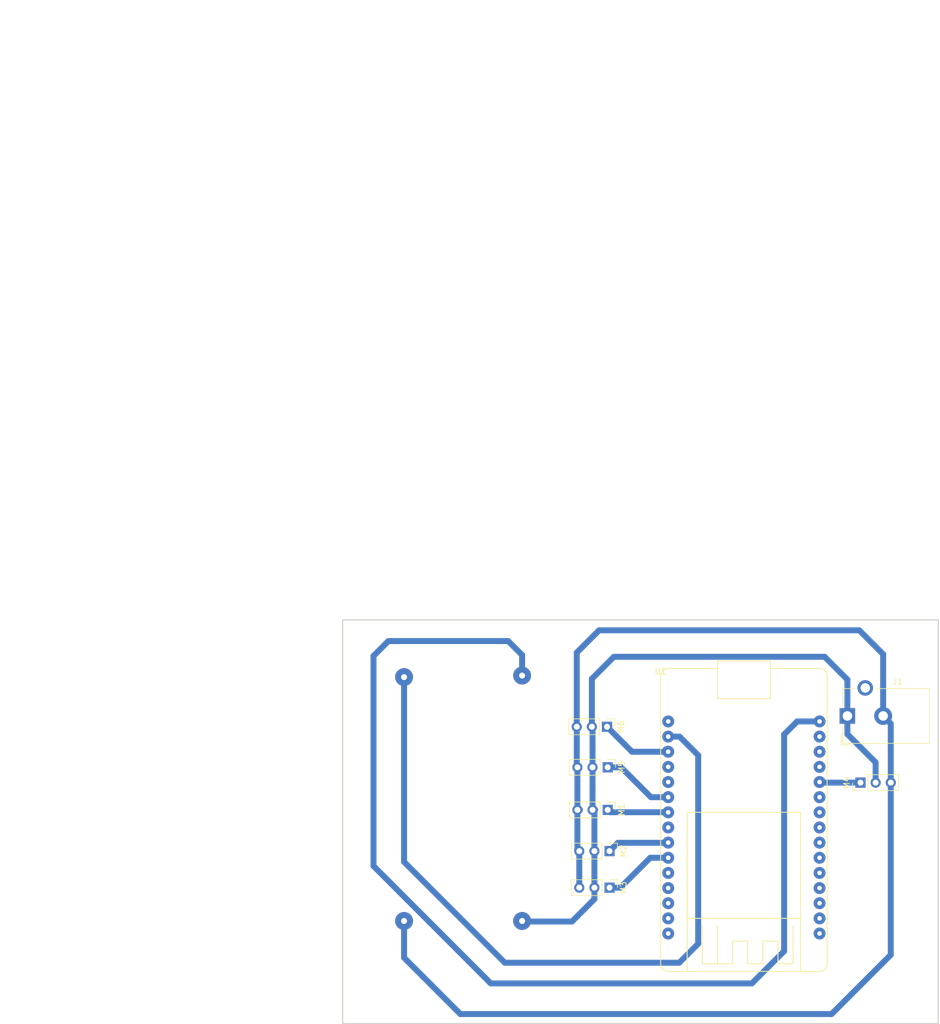
<source format=kicad_pcb>
(kicad_pcb (version 20240108) (generator "pcbnew") (generator_version "8.0")
  (layers (0 "F.Cu" signal) (31 "B.Cu" signal) (34 "B.Paste" user) (35 "F.Paste" user) (36 "B.SilkS" user "B.Silkscreen") (37 "F.SilkS" user "F.Silkscreen") (38 "B.Mask" user) (39 "F.Mask" user) (44 "Edge.Cuts" user))
  (net 0 "")
  (net 1 "GND")
  (net 2 "+12V")
  (net 3 "PWM3")
  (net 4 "PWM2")
  (net 5 "PWM1")
  (net 6 "PWM6")
  (net 7 "PWM4")
  (net 8 "PWM5")
  (net 11 "VccPlaca")
  (net 25 "GndPlaca")
  (footprint "Connector_PinHeader_2.54mm:PinHeader_1x03_P2.54mm_Vertical" (layer "F.Cu") (at 86.955 127.32 -90)
    (property "Reference" "M2" (at 0 -2.33 90) (layer "F.SilkS"))
    (property "Value" "Motor_Servo")
    (fp_line (start -1.33 6.41) (end 1.33 6.41) (stroke (width 0.12)) (layer "F.SilkS"))
    (fp_line (start -1.33 1.27) (end -1.33 6.41) (stroke (width 0.12)) (layer "F.SilkS"))
    (fp_line (start -1.33 1.27) (end 1.33 1.27) (stroke (width 0.12)) (layer "F.SilkS"))
    (fp_line (start 1.33 1.27) (end 1.33 6.41) (stroke (width 0.12)) (layer "F.SilkS"))
    (fp_line (start -1.33 0) (end -1.33 -1.33) (stroke (width 0.12)) (layer "F.SilkS"))
    (fp_line (start -1.33 -1.33) (end 0 -1.33) (stroke (width 0.12)) (layer "F.SilkS"))
    (pad "1" thru_hole rect (at 0 0 270) (size 1.7 1.7) (drill 1) (layers "*.Cu" "*.Mask") (net 4 "PWM2"))
    (pad "2" thru_hole oval (at 0 2.54 270) (size 1.7 1.7) (drill 1) (layers "*.Cu" "*.Mask") (net 2 "+12V"))
    (pad "3" thru_hole oval (at 0 5.08 270) (size 1.7 1.7) (drill 1) (layers "*.Cu" "*.Mask") (net 1 "GND"))
  )
  (footprint "Connector_BarrelJack:BarrelJack_CUI_PJ-102AH_Horizontal" (layer "F.Cu") (at 126.87 104.66 90)
    (property "Reference" "J1" (at 5.75 8.45 0) (layer "F.SilkS"))
    (property "Value" "Barrel_Jack_MountingPin")
    (fp_line (start -4.84 -1.04) (end -3.1 -1.04) (stroke (width 0.12)) (layer "F.SilkS"))
    (fp_line (start 4.6 -0.8) (end 4.6 1.2) (stroke (width 0.12)) (layer "F.SilkS"))
    (fp_line (start 1.8 -0.8) (end 4.6 -0.8) (stroke (width 0.12)) (layer "F.SilkS"))
    (fp_line (start -4.6 -0.8) (end -1.8 -0.8) (stroke (width 0.12)) (layer "F.SilkS"))
    (fp_line (start -4.84 0.7) (end -4.84 -1.04) (stroke (width 0.12)) (layer "F.SilkS"))
    (fp_line (start 4.6 4.8) (end 4.6 13.8) (stroke (width 0.12)) (layer "F.SilkS"))
    (fp_line (start 4.6 13.8) (end -4.6 13.8) (stroke (width 0.12)) (layer "F.SilkS"))
    (fp_line (start -4.6 13.8) (end -4.6 -0.8) (stroke (width 0.12)) (layer "F.SilkS"))
    (pad "1" thru_hole rect (at 0 0 90) (size 2.6 2.6) (drill 1.6) (layers "*.Cu" "*.Mask") (net 2 "+12V"))
    (pad "2" thru_hole circle (at 0 6 90) (size 3 3) (drill 1.6) (layers "*.Cu" "*.Mask") (net 1 "GND"))
    (pad "3" thru_hole circle (at 4.7 3 90) (size 2.6 2.6) (drill 1.6) (layers "*.Cu" "*.Mask"))
  )
  (footprint "Connector_PinHeader_2.54mm:PinHeader_1x03_P2.54mm_Vertical" (layer "F.Cu") (at 86.64 120.41 -90)
    (property "Reference" "M1" (at 0 -2.33 90) (layer "F.SilkS"))
    (property "Value" "Motor_Servo")
    (fp_line (start -1.33 6.41) (end 1.33 6.41) (stroke (width 0.12)) (layer "F.SilkS"))
    (fp_line (start -1.33 1.27) (end -1.33 6.41) (stroke (width 0.12)) (layer "F.SilkS"))
    (fp_line (start -1.33 1.27) (end 1.33 1.27) (stroke (width 0.12)) (layer "F.SilkS"))
    (fp_line (start 1.33 1.27) (end 1.33 6.41) (stroke (width 0.12)) (layer "F.SilkS"))
    (fp_line (start -1.33 0) (end -1.33 -1.33) (stroke (width 0.12)) (layer "F.SilkS"))
    (fp_line (start -1.33 -1.33) (end 0 -1.33) (stroke (width 0.12)) (layer "F.SilkS"))
    (pad "1" thru_hole rect (at 0 0 270) (size 1.7 1.7) (drill 1) (layers "*.Cu" "*.Mask") (net 3 "PWM3"))
    (pad "2" thru_hole oval (at 0 2.54 270) (size 1.7 1.7) (drill 1) (layers "*.Cu" "*.Mask") (net 2 "+12V"))
    (pad "3" thru_hole oval (at 0 5.08 270) (size 1.7 1.7) (drill 1) (layers "*.Cu" "*.Mask") (net 1 "GND"))
  )
  (footprint "Connector_PinHeader_2.54mm:PinHeader_1x03_P2.54mm_Vertical" (layer "F.Cu") (at 86.53 106.47 -90)
    (property "Reference" "M6" (at 0 -2.33 90) (layer "F.SilkS"))
    (property "Value" "Motor_Servo")
    (fp_line (start -1.33 6.41) (end 1.33 6.41) (stroke (width 0.12)) (layer "F.SilkS"))
    (fp_line (start -1.33 1.27) (end -1.33 6.41) (stroke (width 0.12)) (layer "F.SilkS"))
    (fp_line (start -1.33 1.27) (end 1.33 1.27) (stroke (width 0.12)) (layer "F.SilkS"))
    (fp_line (start 1.33 1.27) (end 1.33 6.41) (stroke (width 0.12)) (layer "F.SilkS"))
    (fp_line (start -1.33 0) (end -1.33 -1.33) (stroke (width 0.12)) (layer "F.SilkS"))
    (fp_line (start -1.33 -1.33) (end 0 -1.33) (stroke (width 0.12)) (layer "F.SilkS"))
    (pad "1" thru_hole rect (at 0 0 270) (size 1.7 1.7) (drill 1) (layers "*.Cu" "*.Mask") (net 8 "PWM5"))
    (pad "2" thru_hole oval (at 0 2.54 270) (size 1.7 1.7) (drill 1) (layers "*.Cu" "*.Mask") (net 2 "+12V"))
    (pad "3" thru_hole oval (at 0 5.08 270) (size 1.7 1.7) (drill 1) (layers "*.Cu" "*.Mask") (net 1 "GND"))
  )
  (footprint "Connector_PinHeader_2.54mm:PinHeader_1x03_P2.54mm_Vertical" (layer "F.Cu") (at 86.64 113.27 -90)
    (property "Reference" "M5" (at 0 -2.33 90) (layer "F.SilkS"))
    (property "Value" "Motor_Servo")
    (fp_line (start -1.33 6.41) (end 1.33 6.41) (stroke (width 0.12)) (layer "F.SilkS"))
    (fp_line (start -1.33 1.27) (end -1.33 6.41) (stroke (width 0.12)) (layer "F.SilkS"))
    (fp_line (start -1.33 1.27) (end 1.33 1.27) (stroke (width 0.12)) (layer "F.SilkS"))
    (fp_line (start 1.33 1.27) (end 1.33 6.41) (stroke (width 0.12)) (layer "F.SilkS"))
    (fp_line (start -1.33 0) (end -1.33 -1.33) (stroke (width 0.12)) (layer "F.SilkS"))
    (fp_line (start -1.33 -1.33) (end 0 -1.33) (stroke (width 0.12)) (layer "F.SilkS"))
    (pad "1" thru_hole rect (at 0 0 270) (size 1.7 1.7) (drill 1) (layers "*.Cu" "*.Mask") (net 7 "PWM4"))
    (pad "2" thru_hole oval (at 0 2.54 270) (size 1.7 1.7) (drill 1) (layers "*.Cu" "*.Mask") (net 2 "+12V"))
    (pad "3" thru_hole oval (at 0 5.08 270) (size 1.7 1.7) (drill 1) (layers "*.Cu" "*.Mask") (net 1 "GND"))
  )
  (footprint "DOIT_ESP32:DOIT_ESP32_Devkit_mirko" (layer "F.Cu") (at 95.53 96.69)
    (property "Reference" "U1" (at 0 0.5 0) (layer "F.SilkS"))
    (property "Value" "ESP32-Devkit-V1")
    (fp_line (start 0 49.53) (end 0 1.27) (stroke (width 0.15)) (layer "F.SilkS"))
    (fp_line (start 1.27 50.8) (end 26.67 50.8) (stroke (width 0.15)) (layer "F.SilkS"))
    (fp_line (start 4.445 24.13) (end 23.495 24.13) (stroke (width 0.15)) (layer "F.SilkS"))
    (fp_line (start 4.445 50.8) (end 4.445 24.13) (stroke (width 0.15)) (layer "F.SilkS"))
    (fp_line (start 6.985 43.18) (end 6.985 49.53) (stroke (width 0.15)) (layer "F.SilkS"))
    (fp_line (start 6.985 49.53) (end 9.525 49.53) (stroke (width 0.15)) (layer "F.SilkS"))
    (fp_line (start 9.525 -1.27) (end 9.525 5.08) (stroke (width 0.15)) (layer "F.SilkS"))
    (fp_line (start 9.525 0) (end 1.27 0) (stroke (width 0.15)) (layer "F.SilkS"))
    (fp_line (start 9.525 5.08) (end 10.795 5.08) (stroke (width 0.15)) (layer "F.SilkS"))
    (fp_line (start 9.525 49.53) (end 9.525 43.18) (stroke (width 0.15)) (layer "F.SilkS"))
    (fp_line (start 9.525 49.53) (end 12.065 49.53) (stroke (width 0.15)) (layer "F.SilkS"))
    (fp_line (start 10.795 -1.27) (end 9.525 -1.27) (stroke (width 0.15)) (layer "F.SilkS"))
    (fp_line (start 12.065 -1.27) (end 10.795 -1.27) (stroke (width 0.15)) (layer "F.SilkS"))
    (fp_line (start 12.065 -1.27) (end 18.415 -1.27) (stroke (width 0.15)) (layer "F.SilkS"))
    (fp_line (start 12.065 45.72) (end 14.605 45.72) (stroke (width 0.15)) (layer "F.SilkS"))
    (fp_line (start 12.065 46.99) (end 12.065 45.72) (stroke (width 0.15)) (layer "F.SilkS"))
    (fp_line (start 12.065 49.53) (end 12.065 46.99) (stroke (width 0.15)) (layer "F.SilkS"))
    (fp_line (start 14.605 45.72) (end 14.605 49.53) (stroke (width 0.15)) (layer "F.SilkS"))
    (fp_line (start 14.605 49.53) (end 17.145 49.53) (stroke (width 0.15)) (layer "F.SilkS"))
    (fp_line (start 17.145 45.72) (end 19.685 45.72) (stroke (width 0.15)) (layer "F.SilkS"))
    (fp_line (start 17.145 49.53) (end 17.145 45.72) (stroke (width 0.15)) (layer "F.SilkS"))
    (fp_line (start 18.415 -1.27) (end 18.415 2.54) (stroke (width 0.15)) (layer "F.SilkS"))
    (fp_line (start 18.415 0) (end 26.67 0) (stroke (width 0.15)) (layer "F.SilkS"))
    (fp_line (start 18.415 3.81) (end 18.415 2.54) (stroke (width 0.15)) (layer "F.SilkS"))
    (fp_line (start 18.415 3.81) (end 18.415 5.08) (stroke (width 0.15)) (layer "F.SilkS"))
    (fp_line (start 18.415 5.08) (end 10.795 5.08) (stroke (width 0.15)) (layer "F.SilkS"))
    (fp_line (start 19.685 45.72) (end 19.685 48.26) (stroke (width 0.15)) (layer "F.SilkS"))
    (fp_line (start 19.685 48.26) (end 19.685 49.53) (stroke (width 0.15)) (layer "F.SilkS"))
    (fp_line (start 19.685 49.53) (end 22.225 49.53) (stroke (width 0.15)) (layer "F.SilkS"))
    (fp_line (start 22.225 49.53) (end 22.225 43.18) (stroke (width 0.15)) (layer "F.SilkS"))
    (fp_line (start 23.495 24.13) (end 23.495 50.8) (stroke (width 0.15)) (layer "F.SilkS"))
    (fp_line (start 23.495 41.91) (end 4.445 41.91) (stroke (width 0.15)) (layer "F.SilkS"))
    (fp_line (start 27.94 1.27) (end 27.94 49.53) (stroke (width 0.15)) (layer "F.SilkS"))
    (fp_arc (start 0 1.27) (mid 0.371974 0.371974) (end 1.27 0) (stroke (width 0.15)) (layer "F.SilkS"))
    (fp_arc (start 1.27 50.8) (mid 0.371974 50.428026) (end 0 49.53) (stroke (width 0.15)) (layer "F.SilkS"))
    (fp_arc (start 26.67 0) (mid 27.568026 0.371974) (end 27.94 1.27) (stroke (width 0.15)) (layer "F.SilkS"))
    (fp_arc (start 27.94 49.53) (mid 27.568026 50.428026) (end 26.67 50.8) (stroke (width 0.15)) (layer "F.SilkS"))
    (pad "1" thru_hole circle (at 26.67 8.89) (size 2 2) (drill 0.762) (layers "*.Cu" "*.Mask") (net 11 "VccPlaca"))
    (pad "2" thru_hole circle (at 26.67 11.43) (size 2 2) (drill 0.762) (layers "*.Cu" "*.Mask"))
    (pad "3" thru_hole circle (at 26.67 13.97) (size 2 2) (drill 0.762) (layers "*.Cu" "*.Mask"))
    (pad "4" thru_hole circle (at 26.67 16.51) (size 2 2) (drill 0.762) (layers "*.Cu" "*.Mask"))
    (pad "5" thru_hole circle (at 26.67 19.05) (size 2 2) (drill 0.762) (layers "*.Cu" "*.Mask") (net 6 "PWM6"))
    (pad "6" thru_hole circle (at 26.67 21.59) (size 2 2) (drill 0.762) (layers "*.Cu" "*.Mask"))
    (pad "7" thru_hole circle (at 26.67 24.13) (size 2 2) (drill 0.762) (layers "*.Cu" "*.Mask"))
    (pad "8" thru_hole circle (at 26.67 26.67) (size 2 2) (drill 0.762) (layers "*.Cu" "*.Mask"))
    (pad "9" thru_hole circle (at 26.67 29.21) (size 2 2) (drill 0.762) (layers "*.Cu" "*.Mask"))
    (pad "10" thru_hole circle (at 26.67 31.75) (size 2 2) (drill 0.762) (layers "*.Cu" "*.Mask"))
    (pad "11" thru_hole circle (at 26.67 34.29) (size 2 2) (drill 0.762) (layers "*.Cu" "*.Mask"))
    (pad "12" thru_hole circle (at 26.67 36.83) (size 2 2) (drill 0.762) (layers "*.Cu" "*.Mask"))
    (pad "13" thru_hole circle (at 26.67 39.37) (size 2 2) (drill 0.762) (layers "*.Cu" "*.Mask"))
    (pad "14" thru_hole circle (at 26.67 41.91) (size 2 2) (drill 0.762) (layers "*.Cu" "*.Mask"))
    (pad "15" thru_hole circle (at 26.67 44.45) (size 2 2) (drill 0.762) (layers "*.Cu" "*.Mask"))
    (pad "16" thru_hole circle (at 1.27 44.45) (size 2 2) (drill 0.762) (layers "*.Cu" "*.Mask"))
    (pad "17" thru_hole circle (at 1.27 41.91) (size 2 2) (drill 0.762) (layers "*.Cu" "*.Mask"))
    (pad "18" thru_hole circle (at 1.27 39.37) (size 2 2) (drill 0.762) (layers "*.Cu" "*.Mask"))
    (pad "19" thru_hole circle (at 1.27 36.83) (size 2 2) (drill 0.762) (layers "*.Cu" "*.Mask"))
    (pad "20" thru_hole circle (at 1.27 34.29) (size 2 2) (drill 0.762) (layers "*.Cu" "*.Mask"))
    (pad "21" thru_hole circle (at 1.27 31.75) (size 2 2) (drill 0.762) (layers "*.Cu" "*.Mask") (net 5 "PWM1"))
    (pad "22" thru_hole circle (at 1.27 29.21) (size 2 2) (drill 0.762) (layers "*.Cu" "*.Mask") (net 4 "PWM2"))
    (pad "23" thru_hole circle (at 1.27 26.67) (size 2 2) (drill 0.762) (layers "*.Cu" "*.Mask"))
    (pad "24" thru_hole circle (at 1.27 24.13) (size 2 2) (drill 0.762) (layers "*.Cu" "*.Mask") (net 3 "PWM3"))
    (pad "25" thru_hole circle (at 1.27 21.59) (size 2 2) (drill 0.762) (layers "*.Cu" "*.Mask") (net 7 "PWM4"))
    (pad "26" thru_hole circle (at 1.27 19.05) (size 2 2) (drill 0.762) (layers "*.Cu" "*.Mask"))
    (pad "27" thru_hole circle (at 1.27 16.51) (size 2 2) (drill 0.762) (layers "*.Cu" "*.Mask"))
    (pad "28" thru_hole circle (at 1.27 13.97) (size 2 2) (drill 0.762) (layers "*.Cu" "*.Mask") (net 8 "PWM5"))
    (pad "29" thru_hole circle (at 1.27 11.43) (size 2 2) (drill 0.762) (layers "*.Cu" "*.Mask") (net 25 "GndPlaca"))
    (pad "30" thru_hole circle (at 1.27 8.89) (size 2 2) (drill 0.762) (layers "*.Cu" "*.Mask"))
  )
  (footprint "Connector_PinHeader_2.54mm:PinHeader_1x03_P2.54mm_Vertical" (layer "F.Cu") (at 129.07 115.84 90)
    (property "Reference" "M4" (at 0 -2.33 -90) (layer "F.SilkS"))
    (property "Value" "Motor_Servo")
    (fp_line (start -1.33 -1.33) (end 0 -1.33) (stroke (width 0.12)) (layer "F.SilkS"))
    (fp_line (start -1.33 0) (end -1.33 -1.33) (stroke (width 0.12)) (layer "F.SilkS"))
    (fp_line (start 1.33 1.27) (end 1.33 6.41) (stroke (width 0.12)) (layer "F.SilkS"))
    (fp_line (start -1.33 1.27) (end 1.33 1.27) (stroke (width 0.12)) (layer "F.SilkS"))
    (fp_line (start -1.33 1.27) (end -1.33 6.41) (stroke (width 0.12)) (layer "F.SilkS"))
    (fp_line (start -1.33 6.41) (end 1.33 6.41) (stroke (width 0.12)) (layer "F.SilkS"))
    (pad "1" thru_hole rect (at 0 0 90) (size 1.7 1.7) (drill 1) (layers "*.Cu" "*.Mask") (net 6 "PWM6"))
    (pad "2" thru_hole oval (at 0 2.54 90) (size 1.7 1.7) (drill 1) (layers "*.Cu" "*.Mask") (net 2 "+12V"))
    (pad "3" thru_hole oval (at 0 5.08 90) (size 1.7 1.7) (drill 1) (layers "*.Cu" "*.Mask") (net 1 "GND"))
  )
  (footprint "Stepdown:Step down lm" (layer "F.Cu") (at -15.096 -15.14 90)
    (property "Reference" "U2" (hide yes))
    (property "Value" "~" (hide yes))
    (pad "VIN+" thru_hole circle (at -154.178 87.376 90) (size 3 3) (drill 1) (layers "*.Cu" "*.Mask") (net 2 "+12V"))
    (pad "VIN-" thru_hole circle (at -154.178 67.564 90) (size 3 3) (drill 1) (layers "*.Cu" "*.Mask") (net 1 "GND"))
    (pad "VOUT+" thru_hole circle (at -113.03 87.376 90) (size 3 3) (drill 1) (layers "*.Cu" "*.Mask") (net 11 "VccPlaca"))
    (pad "VOUT-" thru_hole circle (at -113.284 67.564 90) (size 3 3) (drill 1) (layers "*.Cu" "*.Mask") (net 25 "GndPlaca"))
  )
  (footprint "Connector_PinHeader_2.54mm:PinHeader_1x03_P2.54mm_Vertical" (layer "F.Cu") (at 86.955 133.45 -90)
    (property "Reference" "M3" (at 0 -2.33 90) (layer "F.SilkS"))
    (property "Value" "Motor_Servo")
    (fp_line (start -1.33 6.41) (end 1.33 6.41) (stroke (width 0.12)) (layer "F.SilkS"))
    (fp_line (start -1.33 1.27) (end -1.33 6.41) (stroke (width 0.12)) (layer "F.SilkS"))
    (fp_line (start -1.33 1.27) (end 1.33 1.27) (stroke (width 0.12)) (layer "F.SilkS"))
    (fp_line (start 1.33 1.27) (end 1.33 6.41) (stroke (width 0.12)) (layer "F.SilkS"))
    (fp_line (start -1.33 0) (end -1.33 -1.33) (stroke (width 0.12)) (layer "F.SilkS"))
    (fp_line (start -1.33 -1.33) (end 0 -1.33) (stroke (width 0.12)) (layer "F.SilkS"))
    (pad "1" thru_hole rect (at 0 0 270) (size 1.7 1.7) (drill 1) (layers "*.Cu" "*.Mask") (net 5 "PWM1"))
    (pad "2" thru_hole oval (at 0 2.54 270) (size 1.7 1.7) (drill 1) (layers "*.Cu" "*.Mask") (net 2 "+12V"))
    (pad "3" thru_hole oval (at 0 5.08 270) (size 1.7 1.7) (drill 1) (layers "*.Cu" "*.Mask") (net 1 "GND"))
  )
  (gr_rect (start 42.16 88.55) (end 142.12 156.25) (stroke (width 0.2)) (fill none) (layer "Edge.Cuts"))
  (segment (start 134.15 115.84) (end 134.15 105.94) (width 1) (layer "B.Cu") (net 1))
  (segment (start 85.19 90.3) (end 81.45 94.04) (width 1) (layer "B.Cu") (net 1))
  (segment (start 128.87 90.3) (end 85.19 90.3) (width 1) (layer "B.Cu") (net 1))
  (segment (start 81.56 120.41) (end 81.56 127.005) (width 1) (layer "B.Cu") (net 1))
  (segment (start 61.92 154.64) (end 124.22 154.64) (width 1) (layer "B.Cu") (net 1))
  (segment (start 134.15 144.71) (end 134.15 115.84) (width 1) (layer "B.Cu") (net 1))
  (segment (start 52.468 139.038) (end 52.468 145.188) (width 1) (layer "B.Cu") (net 1))
  (segment (start 52.468 145.188) (end 61.92 154.64) (width 1) (layer "B.Cu") (net 1))
  (segment (start 81.45 113.16) (end 81.56 113.27) (width 1) (layer "B.Cu") (net 1))
  (segment (start 81.45 106.47) (end 81.45 113.16) (width 1) (layer "B.Cu") (net 1))
  (segment (start 81.45 94.04) (end 81.45 106.47) (width 1) (layer "B.Cu") (net 1))
  (segment (start 81.56 113.27) (end 81.56 120.41) (width 1) (layer "B.Cu") (net 1))
  (segment (start 81.56 127.005) (end 81.875 127.32) (width 1) (layer "B.Cu") (net 1))
  (segment (start 134.15 105.94) (end 132.87 104.66) (width 1) (layer "B.Cu") (net 1))
  (segment (start 124.22 154.64) (end 134.15 144.71) (width 1) (layer "B.Cu") (net 1))
  (segment (start 132.87 104.66) (end 132.87 94.3) (width 1) (layer "B.Cu") (net 1))
  (segment (start 81.955 120.455) (end 82 120.41) (width 1) (layer "B.Cu") (net 1))
  (segment (start 81.875 127.32) (end 81.875 133.45) (width 1) (layer "B.Cu") (net 1))
  (segment (start 132.87 94.3) (end 128.87 90.3) (width 1) (layer "B.Cu") (net 1))
  (segment (start 72.28 139.038) (end 72.372 139.13) (width 1) (layer "B.Cu") (net 2))
  (segment (start 126.87 107.71) (end 131.61 112.45) (width 1) (layer "B.Cu") (net 2))
  (segment (start 84.1 106.58) (end 83.99 106.47) (width 1) (layer "B.Cu") (net 2))
  (segment (start 84.415 135.365) (end 84.415 133.45) (width 1) (layer "B.Cu") (net 2))
  (segment (start 126.87 104.66) (end 126.87 107.71) (width 1) (layer "B.Cu") (net 2))
  (segment (start 84.415 133.45) (end 84.415 127.32) (width 1) (layer "B.Cu") (net 2))
  (segment (start 84.415 120.725) (end 84.1 120.41) (width 1) (layer "B.Cu") (net 2))
  (segment (start 123.05 94.74) (end 126.87 98.56) (width 1) (layer "B.Cu") (net 2))
  (segment (start 83.99 98.43) (end 87.68 94.74) (width 1) (layer "B.Cu") (net 2))
  (segment (start 126.87 98.56) (end 126.87 104.66) (width 1) (layer "B.Cu") (net 2))
  (segment (start 83.99 106.47) (end 83.99 98.43) (width 1) (layer "B.Cu") (net 2))
  (segment (start 80.65 139.13) (end 84.415 135.365) (width 1) (layer "B.Cu") (net 2))
  (segment (start 87.68 94.74) (end 123.05 94.74) (width 1) (layer "B.Cu") (net 2))
  (segment (start 84.495 120.455) (end 84.54 120.41) (width 1) (layer "B.Cu") (net 2))
  (segment (start 72.372 139.13) (end 80.65 139.13) (width 1) (layer "B.Cu") (net 2))
  (segment (start 131.61 112.45) (end 131.61 115.84) (width 1) (layer "B.Cu") (net 2))
  (segment (start 84.415 127.32) (end 84.415 120.725) (width 1) (layer "B.Cu") (net 2))
  (segment (start 84.1 120.41) (end 84.1 113.27) (width 1) (layer "B.Cu") (net 2))
  (segment (start 84.1 113.27) (end 84.1 106.58) (width 1) (layer "B.Cu") (net 2))
  (segment (start 86.64 120.41) (end 87.03 120.8) (width 1) (layer "B.Cu") (net 3))
  (segment (start 87.08 120.41) (end 87.09 120.42) (width 1) (layer "B.Cu") (net 3))
  (segment (start 87.03 120.8) (end 96.78 120.8) (width 1) (layer "B.Cu") (net 3))
  (segment (start 96.78 120.8) (end 96.8 120.82) (width 1) (layer "B.Cu") (net 3))
  (segment (start 88.345 125.93) (end 96.77 125.93) (width 1) (layer "B.Cu") (net 4))
  (segment (start 86.955 127.32) (end 88.345 125.93) (width 1) (layer "B.Cu") (net 4))
  (segment (start 96.77 125.93) (end 96.8 125.9) (width 1) (layer "B.Cu") (net 4))
  (segment (start 88.77 133.45) (end 93.78 128.44) (width 1) (layer "B.Cu") (net 5))
  (segment (start 86.955 133.45) (end 88.77 133.45) (width 1) (layer "B.Cu") (net 5))
  (segment (start 93.78 128.44) (end 96.8 128.44) (width 1) (layer "B.Cu") (net 5))
  (segment (start 129.07 115.84) (end 122.3 115.84) (width 1) (layer "B.Cu") (net 6))
  (segment (start 122.26 115.68) (end 122.2 115.74) (width 1) (layer "B.Cu") (net 6))
  (segment (start 122.3 115.84) (end 122.2 115.74) (width 1) (layer "B.Cu") (net 6))
  (segment (start 129.42 115.7) (end 129.4 115.68) (width 1) (layer "B.Cu") (net 6))
  (segment (start 88.89 113.27) (end 93.9 118.28) (width 1) (layer "B.Cu") (net 7))
  (segment (start 96.78 118.3) (end 96.8 118.28) (width 1) (layer "B.Cu") (net 7))
  (segment (start 93.9 118.28) (end 96.8 118.28) (width 1) (layer "B.Cu") (net 7))
  (segment (start 86.64 113.27) (end 88.89 113.27) (width 1) (layer "B.Cu") (net 7))
  (segment (start 90.72 110.66) (end 96.8 110.66) (width 1) (layer "B.Cu") (net 8))
  (segment (start 86.53 106.47) (end 90.72 110.66) (width 1) (layer "B.Cu") (net 8))
  (segment (start 96.39 110.25) (end 96.8 110.66) (width 1) (layer "B.Cu") (net 8))
  (segment (start 69.94 92.1) (end 49.84 92.1) (width 1) (layer "B.Cu") (net 11))
  (segment (start 116.25 144.1) (end 116.25 107.77) (width 1) (layer "B.Cu") (net 11))
  (segment (start 110.84 149.51) (end 116.25 144.1) (width 1) (layer "B.Cu") (net 11))
  (segment (start 116.25 107.77) (end 118.44 105.58) (width 1) (layer "B.Cu") (net 11))
  (segment (start 47.34 129.82) (end 67.03 149.51) (width 1) (layer "B.Cu") (net 11))
  (segment (start 118.44 105.58) (end 122.2 105.58) (width 1) (layer "B.Cu") (net 11))
  (segment (start 47.34 94.6) (end 47.34 129.82) (width 1) (layer "B.Cu") (net 11))
  (segment (start 67.03 149.51) (end 110.84 149.51) (width 1) (layer "B.Cu") (net 11))
  (segment (start 72.28 97.89) (end 72.28 94.44) (width 1) (layer "B.Cu") (net 11))
  (segment (start 49.84 92.1) (end 47.34 94.6) (width 1) (layer "B.Cu") (net 11))
  (segment (start 72.28 94.44) (end 69.94 92.1) (width 1) (layer "B.Cu") (net 11))
  (segment (start 98.7 108.12) (end 96.8 108.12) (width 1) (layer "B.Cu") (net 25))
  (segment (start 101.83 111.25) (end 98.7 108.12) (width 1) (layer "B.Cu") (net 25))
  (segment (start 52.468 129.128) (end 69.38 146.04) (width 1) (layer "B.Cu") (net 25))
  (segment (start 69.38 146.04) (end 98.65 146.04) (width 1) (layer "B.Cu") (net 25))
  (segment (start 52.468 98.144) (end 52.468 129.128) (width 1) (layer "B.Cu") (net 25))
  (segment (start 101.83 142.86) (end 101.83 111.25) (width 1) (layer "B.Cu") (net 25))
  (segment (start 98.65 146.04) (end 101.83 142.86) (width 1) (layer "B.Cu") (net 25))
)
</source>
